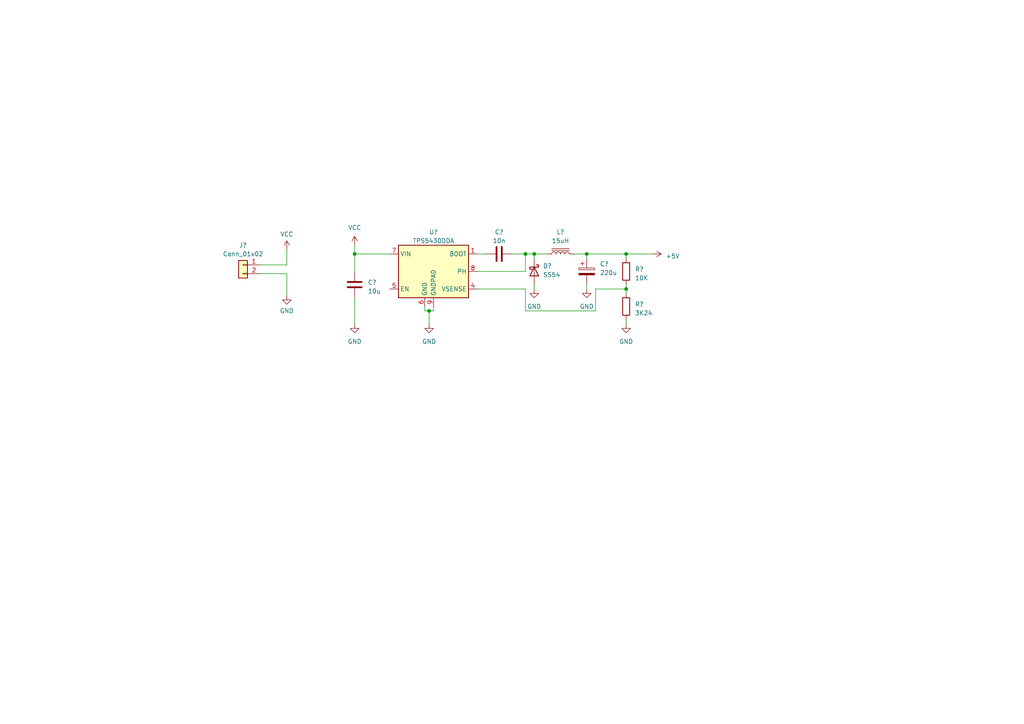
<source format=kicad_sch>
(kicad_sch (version 20230121) (generator eeschema)
  (paper "A4")
  (title_block (title "Buck Converter - TPS5430") (rev "1") (company "Sentinels Robotics") (comment 1 "Designer : Vincent") (comment 2 "Checked Date : 19/07/2023"))
  (lib_symbols
    (symbol "Connector_Generic:Conn_01x02" (pin_names (offset 1.016) hide)
      (property "Reference" "J" (at 0 2.54 0))
      (property "Value" "Conn_01x02" (at 0 -5.08 0))
      (symbol "Conn_01x02_1_1"
        (rectangle (start -1.27 -2.413) (end 0 -2.667) (stroke (width 0.1524)))
        (rectangle (start -1.27 0.127) (end 0 -0.127) (stroke (width 0.1524)))
        (rectangle (start -1.27 1.27) (end 1.27 -3.81) (stroke (width 0.254)) (fill (type background)))
        (pin passive line (at -5.08 0 0) (length 3.81) (name "Pin_1") (number "1"))
        (pin passive line (at -5.08 -2.54 0) (length 3.81) (name "Pin_2") (number "2"))
      )
    )
    (symbol "Device:C" (pin_numbers hide) (pin_names (offset 0.254))
      (property "Reference" "C" (at 0.635 2.54 0))
      (property "Value" "C" (at 0.635 -2.54 0))
      (symbol "C_0_1"
        (polyline (pts (xy -2.032 -0.762) (xy 2.032 -0.762)) (stroke (width 0.508)))
        (polyline (pts (xy -2.032 0.762) (xy 2.032 0.762)) (stroke (width 0.508)))
      )
      (symbol "C_1_1"
        (pin passive line (at 0 3.81 270) (length 2.794) (name "~") (number "1"))
        (pin passive line (at 0 -3.81 90) (length 2.794) (name "~") (number "2"))
      )
    )
    (symbol "Device:C_Polarized" (pin_numbers hide) (pin_names (offset 0.254))
      (property "Reference" "C" (at 0.635 2.54 0))
      (property "Value" "C_Polarized" (at 0.635 -2.54 0))
      (symbol "C_Polarized_0_1"
        (rectangle (start -2.286 0.508) (end 2.286 1.016))
        (polyline (pts (xy -1.778 2.286) (xy -0.762 2.286)))
        (polyline (pts (xy -1.27 2.794) (xy -1.27 1.778)))
        (rectangle (start 2.286 -0.508) (end -2.286 -1.016) (fill (type outline)))
      )
      (symbol "C_Polarized_1_1"
        (pin passive line (at 0 3.81 270) (length 2.794) (name "~") (number "1"))
        (pin passive line (at 0 -3.81 90) (length 2.794) (name "~") (number "2"))
      )
    )
    (symbol "Device:L_Iron" (pin_numbers hide) (pin_names (offset 1.016) hide)
      (property "Reference" "L" (at -1.27 0 90))
      (property "Value" "L_Iron" (at 2.794 0 90))
      (symbol "L_Iron_0_1"
        (arc (start 0 -2.54) (mid 0.6323 -1.905) (end 0 -1.27))
        (arc (start 0 -1.27) (mid 0.6323 -0.635) (end 0 0))
        (polyline (pts (xy 1.016 2.54) (xy 1.016 -2.54)))
        (polyline (pts (xy 1.524 -2.54) (xy 1.524 2.54)))
        (arc (start 0 0) (mid 0.6323 0.635) (end 0 1.27))
        (arc (start 0 1.27) (mid 0.6323 1.905) (end 0 2.54))
      )
      (symbol "L_Iron_1_1"
        (pin passive line (at 0 3.81 270) (length 1.27) (name "1") (number "1"))
        (pin passive line (at 0 -3.81 90) (length 1.27) (name "2") (number "2"))
      )
    )
    (symbol "Device:R" (pin_numbers hide) (pin_names (offset 0))
      (property "Reference" "R" (at 2.032 0 90))
      (property "Value" "R" (at 0 0 90))
      (symbol "R_0_1"
        (rectangle (start -1.016 -2.54) (end 1.016 2.54) (stroke (width 0.254)))
      )
      (symbol "R_1_1"
        (pin passive line (at 0 3.81 270) (length 1.27) (name "~") (number "1"))
        (pin passive line (at 0 -3.81 90) (length 1.27) (name "~") (number "2"))
      )
    )
    (symbol "Diode:B340" (pin_numbers hide) (pin_names (offset 1.016) hide)
      (property "Reference" "D" (at 0 2.54 0))
      (property "Value" "B340" (at 0 -2.54 0))
      (symbol "B340_0_1"
        (polyline (pts (xy 1.27 0) (xy -1.27 0)))
        (polyline (pts (xy 1.27 1.27) (xy 1.27 -1.27) (xy -1.27 0) (xy 1.27 1.27)) (stroke (width 0.254)))
        (polyline (pts (xy -1.905 0.635) (xy -1.905 1.27) (xy -1.27 1.27) (xy -1.27 -1.27) (xy -0.635 -1.27) (xy -0.635 -0.635)) (stroke (width 0.254)))
      )
      (symbol "B340_1_1"
        (pin passive line (at -3.81 0 0) (length 2.54) (name "K") (number "1"))
        (pin passive line (at 3.81 0 180) (length 2.54) (name "A") (number "2"))
      )
    )
    (symbol "Regulator_Switching:TPS5430DDA"
      (property "Reference" "U" (at -10.16 8.89 0))
      (property "Value" "TPS5430DDA" (at -1.27 8.89 0))
      (symbol "TPS5430DDA_0_1"
        (rectangle (start -10.16 7.62) (end 10.16 -7.62) (stroke (width 0.254)) (fill (type background)))
      )
      (symbol "TPS5430DDA_1_1"
        (pin input line (at 12.7 5.08 180) (length 2.54) (name "BOOT") (number "1"))
        (pin no_connect line (at -10.16 2.54 0) (length 2.54) hide (name "NC") (number "2"))
        (pin no_connect line (at -10.16 -2.54 0) (length 2.54) hide (name "NC") (number "3"))
        (pin input line (at 12.7 -5.08 180) (length 2.54) (name "VSENSE") (number "4"))
        (pin input line (at -12.7 -5.08 0) (length 2.54) (name "EN") (number "5"))
        (pin power_in line (at -2.54 -10.16 90) (length 2.54) (name "GND") (number "6"))
        (pin power_in line (at -12.7 5.08 0) (length 2.54) (name "VIN") (number "7"))
        (pin output line (at 12.7 0 180) (length 2.54) (name "PH") (number "8"))
        (pin power_in line (at 0 -10.16 90) (length 2.54) (name "GNDPAD") (number "9"))
      )
    )
    (symbol "power:+5V" (power) (pin_names (offset 0))
      (property "Value" "+5V" (at 0 3.556 0))
      (symbol "+5V_0_1"
        (polyline (pts (xy -0.762 1.27) (xy 0 2.54)))
        (polyline (pts (xy 0 0) (xy 0 2.54)))
        (polyline (pts (xy 0 2.54) (xy 0.762 1.27)))
      )
      (symbol "+5V_1_1"
        (pin power_in line (at 0 0 90) (length 0) hide (name "+5V") (number "1"))
      )
    )
    (symbol "power:GND" (power) (pin_names (offset 0))
      (property "Value" "GND" (at 0 -3.81 0))
      (symbol "GND_0_1"
        (polyline (pts (xy 0 0) (xy 0 -1.27) (xy 1.27 -1.27) (xy 0 -2.54) (xy -1.27 -1.27) (xy 0 -1.27)))
      )
      (symbol "GND_1_1"
        (pin power_in line (at 0 0 270) (length 0) hide (name "GND") (number "1"))
      )
    )
    (symbol "power:VCC" (power) (pin_names (offset 0))
      (property "Value" "VCC" (at 0 3.81 0))
      (symbol "VCC_0_1"
        (polyline (pts (xy -0.762 1.27) (xy 0 2.54)))
        (polyline (pts (xy 0 0) (xy 0 2.54)))
        (polyline (pts (xy 0 2.54) (xy 0.762 1.27)))
      )
      (symbol "VCC_1_1"
        (pin power_in line (at 0 0 90) (length 0) hide (name "VCC") (number "1"))
      )
    )
  )
  (junction (at 154.94 73.66))
  (junction (at 181.61 83.82))
  (junction (at 181.61 73.66))
  (junction (at 124.46 90.17))
  (junction (at 170.18 73.66))
  (junction (at 102.87 73.66))
  (junction (at 152.4 73.66))
  (wire (pts (xy 181.61 73.66) (xy 189.23 73.66)))
  (wire (pts (xy 172.72 90.17) (xy 172.72 83.82)))
  (wire (pts (xy 138.43 78.74) (xy 152.4 78.74)))
  (wire (pts (xy 83.185 76.835) (xy 75.565 76.835)))
  (wire (pts (xy 154.94 73.66) (xy 158.75 73.66)))
  (wire (pts (xy 170.18 73.66) (xy 181.61 73.66)))
  (wire (pts (xy 125.73 88.9) (xy 125.73 90.17)))
  (wire (pts (xy 152.4 73.66) (xy 154.94 73.66)))
  (wire (pts (xy 154.94 82.55) (xy 154.94 83.82)))
  (wire (pts (xy 123.19 90.17) (xy 124.46 90.17)))
  (wire (pts (xy 148.59 73.66) (xy 152.4 73.66)))
  (wire (pts (xy 154.94 73.66) (xy 154.94 74.93)))
  (wire (pts (xy 138.43 73.66) (xy 140.97 73.66)))
  (wire (pts (xy 181.61 92.71) (xy 181.61 93.98)))
  (wire (pts (xy 124.46 93.98) (xy 124.46 90.17)))
  (wire (pts (xy 83.185 72.39) (xy 83.185 76.835)))
  (wire (pts (xy 170.18 73.66) (xy 170.18 74.93)))
  (wire (pts (xy 181.61 74.93) (xy 181.61 73.66)))
  (wire (pts (xy 102.87 73.66) (xy 102.87 71.12)))
  (wire (pts (xy 75.565 79.375) (xy 83.185 79.375)))
  (wire (pts (xy 152.4 78.74) (xy 152.4 73.66)))
  (wire (pts (xy 172.72 83.82) (xy 181.61 83.82)))
  (wire (pts (xy 123.19 88.9) (xy 123.19 90.17)))
  (wire (pts (xy 166.37 73.66) (xy 170.18 73.66)))
  (wire (pts (xy 83.185 85.725) (xy 83.185 79.375)))
  (wire (pts (xy 125.73 90.17) (xy 124.46 90.17)))
  (wire (pts (xy 138.43 83.82) (xy 152.4 83.82)))
  (wire (pts (xy 102.87 73.66) (xy 113.03 73.66)))
  (wire (pts (xy 102.87 86.36) (xy 102.87 93.98)))
  (wire (pts (xy 181.61 83.82) (xy 181.61 85.09)))
  (wire (pts (xy 181.61 82.55) (xy 181.61 83.82)))
  (wire (pts (xy 152.4 90.17) (xy 172.72 90.17)))
  (wire (pts (xy 102.87 73.66) (xy 102.87 78.74)))
  (wire (pts (xy 152.4 83.82) (xy 152.4 90.17)))
  (wire (pts (xy 170.18 82.55) (xy 170.18 83.82)))
  (symbol (lib_id "power:GND") (at 83.185 85.725 0) (unit 1)
    (property "Reference" "#PWR018" (effects hide))
    (property "Value" "GND" (at 83.185 90.17 0))
  )
  (symbol (lib_id "power:GND") (at 124.46 93.98 0) (unit 1)
    (property "Reference" "#PWR03" (effects hide))
    (property "Value" "GND" (at 124.46 99.06 0))
    (instances (project "2024l2" (path "" (reference "#PWR03") (unit 1)) (path "" (reference "#PWR05") (unit 1))) (project "2024l1" (path "" (reference "#PWR?") (unit 1))) (project "2023l1-int" (path "" (reference "#PWR034") (unit 1))) (project "buck" (path "" (reference "#PWR06") (unit 1))))
  )
  (symbol (lib_id "Device:R") (at 181.61 78.74 0) (unit 1)
    (property "Reference" "R?" (at 184.15 78.105 0) (effects (justify left)))
    (property "Value" "10K" (at 184.15 80.645 0) (effects (justify left)))
    (property "Footprint" "footprints:res0603" (effects hide))
    (instances (project "2024l2" (path "" (reference "R?") (unit 1)) (path "" (reference "R?") (unit 1))) (project "2024l1" (path "" (reference "R?") (unit 1))) (project "2023l1-int" (path "" (reference "R46") (unit 1))) (project "buck" (path "" (reference "R1") (unit 1))))
  )
  (symbol (lib_id "Device:C_Polarized") (at 170.18 78.74 0) (unit 1)
    (property "Reference" "C?" (at 173.99 76.581 0) (effects (justify left)))
    (property "Value" "220u" (at 173.99 79.121 0) (effects (justify left)))
    (property "Footprint" "footprints:EIA-7343-D" (effects hide))
    (instances (project "2024l2" (path "" (reference "C?") (unit 1)) (path "" (reference "C?") (unit 1))) (project "2024l1" (path "" (reference "C?") (unit 1))) (project "2023l1-int" (path "" (reference "C9") (unit 1))) (project "buck" (path "" (reference "C2") (unit 1))))
  )
  (symbol (lib_id "Connector_Generic:Conn_01x02") (at 70.485 76.835 0) (mirror y) (unit 1)
    (property "Reference" "J?" (at 70.485 71.12 0))
    (property "Value" "Conn_01x02" (at 70.485 73.66 0))
  )
  (symbol (lib_id "power:GND") (at 154.94 83.82 0) (unit 1)
    (property "Reference" "#PWR04" (effects hide))
    (property "Value" "GND" (at 154.94 88.9 0))
    (instances (project "2024l2" (path "" (reference "#PWR04") (unit 1)) (path "" (reference "#PWR07") (unit 1))) (project "2024l1" (path "" (reference "#PWR?") (unit 1))) (project "2023l1-int" (path "" (reference "#PWR031") (unit 1))) (project "buck" (path "" (reference "#PWR03") (unit 1))))
  )
  (symbol (lib_id "Diode:B340") (at 154.94 78.74 270) (unit 1)
    (property "Reference" "D?" (at 157.48 77.1525 90) (effects (justify left)))
    (property "Value" "SS54" (at 157.48 79.6925 90) (effects (justify left)))
    (property "Footprint" "Diode_SMD:D_SMC" (effects hide))
    (property "Datasheet" "http://www.jameco.com/Jameco/Products/ProdDS/1538777.pdf" (effects hide))
    (instances (project "2024l2" (path "" (reference "D?") (unit 1)) (path "" (reference "D?") (unit 1))) (project "2024l1" (path "" (reference "D?") (unit 1))) (project "2023l1-int" (path "" (reference "D4") (unit 1))) (project "buck" (path "" (reference "D1") (unit 1))))
  )
  (symbol (lib_id "Device:C") (at 144.78 73.66 90) (unit 1)
    (property "Reference" "C?" (at 144.78 67.31 90))
    (property "Value" "10n" (at 144.78 69.85 90))
    (property "Footprint" "footprints:cap0603" (effects hide))
    (instances (project "2024l2" (path "" (reference "C?") (unit 1)) (path "" (reference "C?") (unit 1))) (project "2024l1" (path "" (reference "C?") (unit 1))) (project "2023l1-int" (path "" (reference "C8") (unit 1))) (project "buck" (path "" (reference "C1") (unit 1))))
  )
  (symbol (lib_id "power:VCC") (at 102.87 71.12 0) (unit 1)
    (property "Reference" "#PWR01" (effects hide))
    (property "Value" "VCC" (at 102.87 66.04 0))
  )
  (symbol (lib_id "Device:L_Iron") (at 162.56 73.66 90) (unit 1)
    (property "Reference" "L?" (at 162.56 67.31 90))
    (property "Value" "15uH" (at 162.56 69.85 90))
    (property "Footprint" "footprints:0630 One Piece Inductor" (effects hide))
    (instances (project "2024l2" (path "" (reference "L?") (unit 1)) (path "" (reference "L?") (unit 1))) (project "2024l1" (path "" (reference "L?") (unit 1))) (project "2023l1-int" (path "" (reference "L2") (unit 1))) (project "buck" (path "" (reference "L1") (unit 1))))
  )
  (symbol (lib_id "Regulator_Switching:TPS5430DDA") (at 125.73 78.74 0) (unit 1)
    (property "Reference" "U?" (at 125.73 67.31 0))
    (property "Value" "TPS5430DDA" (at 125.73 69.85 0))
    (property "Footprint" "footprints:TI_SO-PowerPAD-8_ThermalVias" (effects hide))
    (property "Datasheet" "http://www.ti.com/lit/ds/symlink/tps5430.pdf" (effects hide))
    (instances (project "2024l2" (path "" (reference "U?") (unit 1)) (path "" (reference "U?") (unit 1))) (project "2024l1" (path "" (reference "U?") (unit 1))) (project "2023l1-int" (path "" (reference "U3") (unit 1))) (project "buck" (path "" (reference "U1") (unit 1))))
  )
  (symbol (lib_id "Device:R") (at 181.61 88.9 0) (unit 1)
    (property "Reference" "R?" (at 184.15 88.265 0) (effects (justify left)))
    (property "Value" "3K24" (at 184.15 90.805 0) (effects (justify left)))
    (property "Footprint" "footprints:res0603" (effects hide))
    (instances (project "2024l2" (path "" (reference "R?") (unit 1)) (path "" (reference "R?") (unit 1))) (project "2024l1" (path "" (reference "R?") (unit 1))) (project "2023l1-int" (path "" (reference "R40") (unit 1))) (project "buck" (path "" (reference "R2") (unit 1))))
  )
  (symbol (lib_id "power:+5V") (at 189.23 73.66 270) (unit 1)
    (property "Reference" "#PWR07" (effects hide))
    (property "Value" "+5V" (at 193.04 74.295 90) (effects (justify left)))
    (instances (project "2024l2" (path "" (reference "#PWR07") (unit 1)) (path "" (reference "#PWR013") (unit 1))) (project "2024l1" (path "" (reference "#PWR?") (unit 1))) (project "2023l1-int" (path "" (reference "#PWR028") (unit 1))) (project "buck" (path "" (reference "#PWR02") (unit 1))))
  )
  (symbol (lib_id "power:GND") (at 170.18 83.82 0) (unit 1)
    (property "Reference" "#PWR05" (effects hide))
    (property "Value" "GND" (at 170.18 88.9 0))
    (instances (project "2024l2" (path "" (reference "#PWR05") (unit 1)) (path "" (reference "#PWR09") (unit 1))) (project "2024l1" (path "" (reference "#PWR?") (unit 1))) (project "2023l1-int" (path "" (reference "#PWR032") (unit 1))) (project "buck" (path "" (reference "#PWR04") (unit 1))))
  )
  (symbol (lib_id "power:VCC") (at 83.185 72.39 0) (unit 1)
    (property "Reference" "#PWR017" (effects hide))
    (property "Value" "VCC" (at 83.185 67.945 0))
  )
  (symbol (lib_id "Device:C") (at 102.87 82.55 0) (unit 1)
    (property "Reference" "C?" (at 106.68 81.915 0) (effects (justify left)))
    (property "Value" "10u" (at 106.68 84.455 0) (effects (justify left)))
    (property "Footprint" "footprints:cap0603" (effects hide))
    (instances (project "2024l2" (path "" (reference "C?") (unit 1)) (path "" (reference "C?") (unit 1))) (project "2024l1" (path "" (reference "C?") (unit 1))) (project "2023l1-int" (path "" (reference "C10") (unit 1))) (project "buck" (path "" (reference "C3") (unit 1))))
  )
  (symbol (lib_id "power:GND") (at 102.87 93.98 0) (unit 1)
    (property "Reference" "#PWR02" (effects hide))
    (property "Value" "GND" (at 102.87 99.06 0))
    (instances (project "2024l2" (path "" (reference "#PWR02") (unit 1)) (path "" (reference "#PWR02") (unit 1))) (project "2024l1" (path "" (reference "#PWR?") (unit 1))) (project "2023l1-int" (path "" (reference "#PWR033") (unit 1))) (project "buck" (path "" (reference "#PWR05") (unit 1))))
  )
  (symbol (lib_id "power:GND") (at 181.61 93.98 0) (unit 1)
    (property "Reference" "#PWR06" (effects hide))
    (property "Value" "GND" (at 181.61 99.06 0))
    (instances (project "2024l2" (path "" (reference "#PWR06") (unit 1)) (path "" (reference "#PWR011") (unit 1))) (project "2024l1" (path "" (reference "#PWR?") (unit 1))) (project "2023l1-int" (path "" (reference "#PWR035") (unit 1))) (project "buck" (path "" (reference "#PWR07") (unit 1))))
  )
)
</source>
